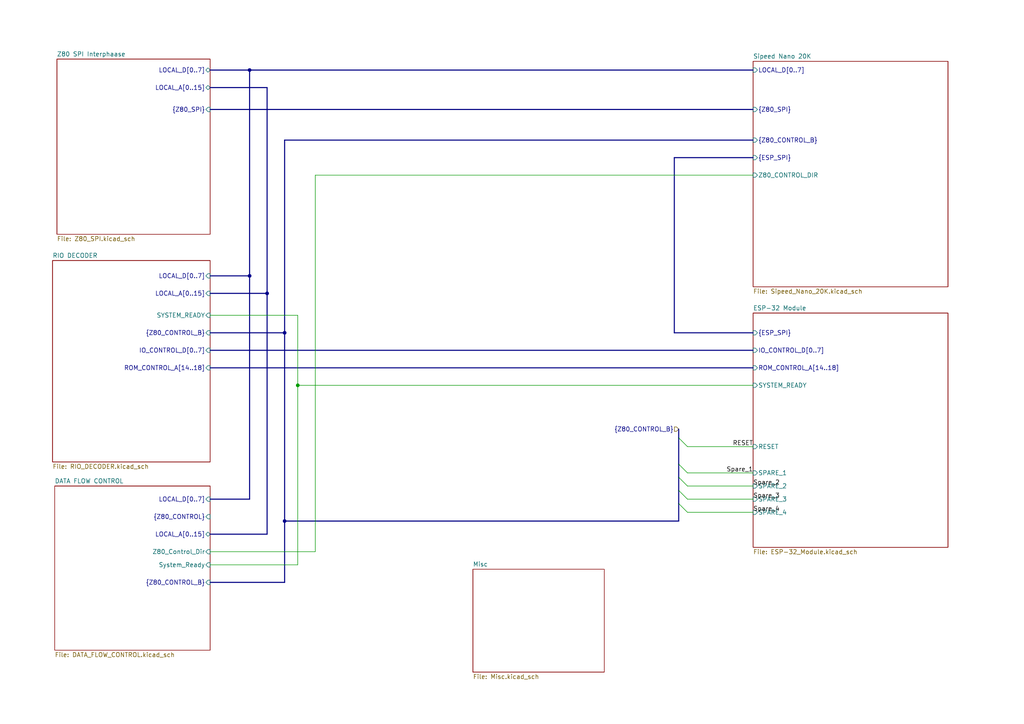
<source format=kicad_sch>
(kicad_sch
	(version 20231120)
	(generator "eeschema")
	(generator_version "8.0")
	(uuid "3f4c9c6f-2a2f-4b07-95a4-300eafec0cc9")
	(paper "A4")
	(lib_symbols)
	(bus_alias "Z80_CONTROL"
		(members "RD" "RW" "IORQ" "MEMRQ" "BUSRQ" "WAIT" "NMI" "ROMCS" "BUSACK"
			"RESET" "Spare_1" "Spare_2" "Spare_3" "Spare_4"
		)
	)
	(junction
		(at 77.47 85.09)
		(diameter 0)
		(color 0 0 0 0)
		(uuid "3be01861-855d-49f4-b589-4f752ba3b605")
	)
	(junction
		(at 82.55 151.13)
		(diameter 0)
		(color 0 0 0 0)
		(uuid "3c30e100-797d-46b0-b98d-905ec12e6b55")
	)
	(junction
		(at 86.36 111.76)
		(diameter 0)
		(color 0 0 0 0)
		(uuid "461f7aa9-a35c-4310-a25a-01bf1a72af9a")
	)
	(junction
		(at 82.55 96.52)
		(diameter 0)
		(color 0 0 0 0)
		(uuid "5f6e3aa9-1553-47a3-a2b8-8b671def4402")
	)
	(junction
		(at 72.39 20.32)
		(diameter 0)
		(color 0 0 0 0)
		(uuid "b0dd8fde-01d6-4c67-a6b7-5a8e407c86b1")
	)
	(junction
		(at 72.39 80.01)
		(diameter 0)
		(color 0 0 0 0)
		(uuid "f0b7a4f3-b682-46ff-bfae-f58a403764eb")
	)
	(bus_entry
		(at 196.85 127)
		(size 2.54 2.54)
		(stroke
			(width 0)
			(type default)
		)
		(uuid "034a8ee9-5bef-487b-97fc-ae6b94b53d3e")
	)
	(bus_entry
		(at 196.85 138.43)
		(size 2.54 2.54)
		(stroke
			(width 0)
			(type default)
		)
		(uuid "2724aed4-d31e-4642-b0c5-3582824203d5")
	)
	(bus_entry
		(at 196.85 142.24)
		(size 2.54 2.54)
		(stroke
			(width 0)
			(type default)
		)
		(uuid "7b47ca01-f6c0-4854-ab05-9f532c61b70e")
	)
	(bus_entry
		(at 196.85 134.62)
		(size 2.54 2.54)
		(stroke
			(width 0)
			(type default)
		)
		(uuid "d1c46696-61ef-4d55-b2e6-5e9825d6109e")
	)
	(bus_entry
		(at 196.85 146.05)
		(size 2.54 2.54)
		(stroke
			(width 0)
			(type default)
		)
		(uuid "f49de81c-a2e9-4e6f-9bdc-5a1c3092170e")
	)
	(wire
		(pts
			(xy 86.36 111.76) (xy 86.36 163.83)
		)
		(stroke
			(width 0)
			(type default)
		)
		(uuid "03815ac9-9953-4376-a007-fe704e5d86f3")
	)
	(bus
		(pts
			(xy 60.96 80.01) (xy 72.39 80.01)
		)
		(stroke
			(width 0)
			(type default)
		)
		(uuid "060f4561-6707-4fbd-89d3-c7b529398bee")
	)
	(bus
		(pts
			(xy 77.47 154.94) (xy 77.47 85.09)
		)
		(stroke
			(width 0)
			(type default)
		)
		(uuid "07ec50a9-4460-409e-80c0-b1472e50bdb2")
	)
	(wire
		(pts
			(xy 91.44 160.02) (xy 91.44 50.8)
		)
		(stroke
			(width 0)
			(type default)
		)
		(uuid "0a6f1f18-a688-4ca4-96f0-ec3f58ae0f91")
	)
	(bus
		(pts
			(xy 60.96 106.68) (xy 218.44 106.68)
		)
		(stroke
			(width 0)
			(type default)
		)
		(uuid "119adca6-7c6b-4f1a-aedb-fbaa9254296d")
	)
	(wire
		(pts
			(xy 199.39 140.97) (xy 218.44 140.97)
		)
		(stroke
			(width 0)
			(type default)
		)
		(uuid "123eaef6-6749-410e-a97d-d29a83c4ef91")
	)
	(bus
		(pts
			(xy 82.55 168.91) (xy 60.96 168.91)
		)
		(stroke
			(width 0)
			(type default)
		)
		(uuid "1c647aee-d6da-44fe-9fc3-573a2a320a1d")
	)
	(bus
		(pts
			(xy 196.85 138.43) (xy 196.85 142.24)
		)
		(stroke
			(width 0)
			(type default)
		)
		(uuid "268265e2-9733-470c-9906-54a7a89ae9db")
	)
	(bus
		(pts
			(xy 77.47 25.4) (xy 77.47 85.09)
		)
		(stroke
			(width 0)
			(type default)
		)
		(uuid "3402e78f-f5b5-4350-a9f9-0c4c5c2f68c8")
	)
	(bus
		(pts
			(xy 60.96 144.78) (xy 72.39 144.78)
		)
		(stroke
			(width 0)
			(type default)
		)
		(uuid "34700554-3ce0-418c-9c70-3e54ba719387")
	)
	(bus
		(pts
			(xy 218.44 45.72) (xy 195.58 45.72)
		)
		(stroke
			(width 0)
			(type default)
		)
		(uuid "37890201-4df3-4642-a676-7e9d2a615a53")
	)
	(bus
		(pts
			(xy 196.85 134.62) (xy 196.85 138.43)
		)
		(stroke
			(width 0)
			(type default)
		)
		(uuid "41145411-8f1c-450f-b35b-6ad06fb4713c")
	)
	(bus
		(pts
			(xy 82.55 151.13) (xy 196.85 151.13)
		)
		(stroke
			(width 0)
			(type default)
		)
		(uuid "57a8a6c8-f729-47d9-a419-94f18884ecb0")
	)
	(bus
		(pts
			(xy 218.44 40.64) (xy 82.55 40.64)
		)
		(stroke
			(width 0)
			(type default)
		)
		(uuid "5a8714c3-ba0f-4b6e-9a0a-b9008e53514f")
	)
	(bus
		(pts
			(xy 77.47 85.09) (xy 60.96 85.09)
		)
		(stroke
			(width 0)
			(type default)
		)
		(uuid "5d08959d-c6d7-4b86-b9ee-e6d20da16601")
	)
	(wire
		(pts
			(xy 199.39 148.59) (xy 218.44 148.59)
		)
		(stroke
			(width 0)
			(type default)
		)
		(uuid "663628b7-25a9-4bb3-8a30-85e1648e9f3a")
	)
	(bus
		(pts
			(xy 82.55 96.52) (xy 82.55 151.13)
		)
		(stroke
			(width 0)
			(type default)
		)
		(uuid "6940c567-b2f7-43df-bda1-b3a696fd5678")
	)
	(wire
		(pts
			(xy 199.39 137.16) (xy 218.44 137.16)
		)
		(stroke
			(width 0)
			(type default)
		)
		(uuid "703fd5d0-894a-4c64-9d41-7376f2d7e4b6")
	)
	(wire
		(pts
			(xy 86.36 111.76) (xy 218.44 111.76)
		)
		(stroke
			(width 0)
			(type default)
		)
		(uuid "71da4d2d-052d-40ee-862c-b8535577638d")
	)
	(bus
		(pts
			(xy 196.85 146.05) (xy 196.85 151.13)
		)
		(stroke
			(width 0)
			(type default)
		)
		(uuid "76369793-493d-4de4-a76b-81691f56613b")
	)
	(wire
		(pts
			(xy 199.39 129.54) (xy 218.44 129.54)
		)
		(stroke
			(width 0)
			(type default)
		)
		(uuid "782011aa-891e-42a6-815f-098c419d1668")
	)
	(bus
		(pts
			(xy 72.39 20.32) (xy 218.44 20.32)
		)
		(stroke
			(width 0)
			(type default)
		)
		(uuid "7a8ee0d0-9354-4a1b-ad19-c81a055b41af")
	)
	(wire
		(pts
			(xy 199.39 144.78) (xy 218.44 144.78)
		)
		(stroke
			(width 0)
			(type default)
		)
		(uuid "7bf1e479-6089-4363-b9da-01a9f74f884e")
	)
	(bus
		(pts
			(xy 72.39 20.32) (xy 72.39 80.01)
		)
		(stroke
			(width 0)
			(type default)
		)
		(uuid "7c721200-8afb-4c9f-ad98-ffcd54b33ad6")
	)
	(bus
		(pts
			(xy 60.96 101.6) (xy 218.44 101.6)
		)
		(stroke
			(width 0)
			(type default)
		)
		(uuid "831baf27-23cc-4717-b22f-75eb7a36f619")
	)
	(wire
		(pts
			(xy 91.44 50.8) (xy 218.44 50.8)
		)
		(stroke
			(width 0)
			(type default)
		)
		(uuid "891215ad-1689-4f0a-b11c-484ee2d0f376")
	)
	(bus
		(pts
			(xy 82.55 40.64) (xy 82.55 96.52)
		)
		(stroke
			(width 0)
			(type default)
		)
		(uuid "891e5fcd-ad49-49f3-9d90-eb7fd73b4dec")
	)
	(wire
		(pts
			(xy 60.96 160.02) (xy 91.44 160.02)
		)
		(stroke
			(width 0)
			(type default)
		)
		(uuid "903b905d-f6a1-482c-b185-266f2049e786")
	)
	(bus
		(pts
			(xy 82.55 151.13) (xy 82.55 168.91)
		)
		(stroke
			(width 0)
			(type default)
		)
		(uuid "92b7c3a0-56e8-4dbc-8f27-29efb28b0ff9")
	)
	(bus
		(pts
			(xy 72.39 144.78) (xy 72.39 80.01)
		)
		(stroke
			(width 0)
			(type default)
		)
		(uuid "93144d93-d144-4c5a-9b1e-a210686a45a0")
	)
	(wire
		(pts
			(xy 60.96 91.44) (xy 86.36 91.44)
		)
		(stroke
			(width 0)
			(type default)
		)
		(uuid "97a5bc52-733c-4b37-a0d8-e7191e97d01d")
	)
	(bus
		(pts
			(xy 72.39 20.32) (xy 60.96 20.32)
		)
		(stroke
			(width 0)
			(type default)
		)
		(uuid "a0cbf9cf-bb6d-499a-9dbb-029165327aa9")
	)
	(bus
		(pts
			(xy 195.58 45.72) (xy 195.58 96.52)
		)
		(stroke
			(width 0)
			(type default)
		)
		(uuid "aa9f29c8-bb1c-41b2-b0ae-78f252093c0d")
	)
	(bus
		(pts
			(xy 196.85 124.46) (xy 196.85 127)
		)
		(stroke
			(width 0)
			(type default)
		)
		(uuid "abf7a172-677a-4084-b475-568417e61fa7")
	)
	(bus
		(pts
			(xy 196.85 142.24) (xy 196.85 146.05)
		)
		(stroke
			(width 0)
			(type default)
		)
		(uuid "ae907a38-2b5d-4979-a2dc-ce43984760ab")
	)
	(wire
		(pts
			(xy 86.36 163.83) (xy 60.96 163.83)
		)
		(stroke
			(width 0)
			(type default)
		)
		(uuid "b2ab485d-8e84-49b7-b433-add8ca8e8c4e")
	)
	(bus
		(pts
			(xy 60.96 31.75) (xy 218.44 31.75)
		)
		(stroke
			(width 0)
			(type default)
		)
		(uuid "b51177a6-b953-44d1-9e08-b7150d854435")
	)
	(bus
		(pts
			(xy 196.85 127) (xy 196.85 134.62)
		)
		(stroke
			(width 0)
			(type default)
		)
		(uuid "cee08633-619e-4a09-bc46-c8a30474c8bf")
	)
	(bus
		(pts
			(xy 60.96 154.94) (xy 77.47 154.94)
		)
		(stroke
			(width 0)
			(type default)
		)
		(uuid "e08e2653-e1fe-4524-9377-b2dc53d74a17")
	)
	(bus
		(pts
			(xy 60.96 25.4) (xy 77.47 25.4)
		)
		(stroke
			(width 0)
			(type default)
		)
		(uuid "e4b97ade-1813-4054-96fe-c5b4523342ca")
	)
	(bus
		(pts
			(xy 195.58 96.52) (xy 218.44 96.52)
		)
		(stroke
			(width 0)
			(type default)
		)
		(uuid "e4bc1f33-1022-411f-8648-9a622bc637b0")
	)
	(wire
		(pts
			(xy 86.36 91.44) (xy 86.36 111.76)
		)
		(stroke
			(width 0)
			(type default)
		)
		(uuid "e4f85722-30e3-40e6-b3d8-f2c296f63e80")
	)
	(bus
		(pts
			(xy 60.96 96.52) (xy 82.55 96.52)
		)
		(stroke
			(width 0)
			(type default)
		)
		(uuid "ee7bd5b3-5d33-419d-a5b1-7c6015cce45b")
	)
	(label "Spare_3"
		(at 218.44 144.78 0)
		(effects
			(font
				(size 1.27 1.27)
			)
			(justify left bottom)
		)
		(uuid "4ff28f15-b11f-4d6e-866c-cd2eaf453a1b")
	)
	(label "Spare_1"
		(at 218.44 137.16 180)
		(effects
			(font
				(size 1.27 1.27)
			)
			(justify right bottom)
		)
		(uuid "652cabf6-7621-4396-a34f-018f82fc78ba")
	)
	(label "Spare_2"
		(at 218.44 140.97 0)
		(effects
			(font
				(size 1.27 1.27)
			)
			(justify left bottom)
		)
		(uuid "be271ca9-6c76-4e04-bfc1-10a5fbe961bc")
	)
	(label "Spare_4"
		(at 218.44 148.59 0)
		(effects
			(font
				(size 1.27 1.27)
			)
			(justify left bottom)
		)
		(uuid "c0251f29-f262-402d-89f7-d9bd3d9f4306")
	)
	(label "RESET"
		(at 218.44 129.54 180)
		(effects
			(font
				(size 1.27 1.27)
			)
			(justify right bottom)
		)
		(uuid "d447f47d-6d90-4369-a63e-19d4939d2103")
	)
	(hierarchical_label "{Z80_CONTROL_B}"
		(shape input)
		(at 196.85 124.46 180)
		(fields_autoplaced yes)
		(effects
			(font
				(size 1.27 1.27)
			)
			(justify right)
		)
		(uuid "68b9b8f9-f9f1-4086-946a-42a1516324ee")
	)
	(sheet
		(at 15.875 140.97)
		(size 45.085 47.625)
		(fields_autoplaced yes)
		(stroke
			(width 0.1524)
			(type solid)
		)
		(fill
			(color 0 0 0 0.0000)
		)
		(uuid "3819b517-91f5-4c26-9360-680e98a2399c")
		(property "Sheetname" "DATA FLOW CONTROL"
			(at 15.875 140.2584 0)
			(effects
				(font
					(size 1.27 1.27)
				)
				(justify left bottom)
			)
		)
		(property "Sheetfile" "DATA_FLOW_CONTROL.kicad_sch"
			(at 15.875 189.1796 0)
			(effects
				(font
					(size 1.27 1.27)
				)
				(justify left top)
			)
		)
		(pin "LOCAL_D[0..7]" input
			(at 60.96 144.78 0)
			(effects
				(font
					(size 1.27 1.27)
				)
				(justify right)
			)
			(uuid "9e70213b-1e82-47a7-99f3-278c99896ec5")
		)
		(pin "{Z80_CONTROL}" input
			(at 60.96 149.86 0)
			(effects
				(font
					(size 1.27 1.27)
				)
				(justify right)
			)
			(uuid "e38cb8a9-813c-4283-9d31-79d27c06971e")
		)
		(pin "LOCAL_A[0..15]" bidirectional
			(at 60.96 154.94 0)
			(effects
				(font
					(size 1.27 1.27)
				)
				(justify right)
			)
			(uuid "2da63f0e-e7a1-4643-957b-1eff746b50fd")
		)
		(pin "Z80_Control_Dir" input
			(at 60.96 160.02 0)
			(effects
				(font
					(size 1.27 1.27)
				)
				(justify right)
			)
			(uuid "a2a653b5-5e72-442b-8b89-2fce9591f577")
		)
		(pin "System_Ready" input
			(at 60.96 163.83 0)
			(effects
				(font
					(size 1.27 1.27)
				)
				(justify right)
			)
			(uuid "1545a29a-9580-45b4-9296-83d192f78ca3")
		)
		(pin "{Z80_CONTROL_B}" input
			(at 60.96 168.91 0)
			(effects
				(font
					(size 1.27 1.27)
				)
				(justify right)
			)
			(uuid "cd43e12e-fb1c-4f7e-b043-4e62bbd71d9a")
		)
		(instances
			(project "FujiNet 4.0"
				(path "/3f4c9c6f-2a2f-4b07-95a4-300eafec0cc9"
					(page "6")
				)
			)
		)
	)
	(sheet
		(at 218.44 90.805)
		(size 56.515 67.945)
		(fields_autoplaced yes)
		(stroke
			(width 0.1524)
			(type solid)
		)
		(fill
			(color 0 0 0 0.0000)
		)
		(uuid "77b39b7d-8cf6-4059-851d-f3b7e070a985")
		(property "Sheetname" "ESP-32 Module"
			(at 218.44 90.0934 0)
			(effects
				(font
					(size 1.27 1.27)
				)
				(justify left bottom)
			)
		)
		(property "Sheetfile" "ESP-32_Module.kicad_sch"
			(at 218.44 159.3346 0)
			(effects
				(font
					(size 1.27 1.27)
				)
				(justify left top)
			)
		)
		(pin "{ESP_SPI}" input
			(at 218.44 96.52 180)
			(effects
				(font
					(size 1.27 1.27)
				)
				(justify left)
			)
			(uuid "858c7b16-2614-42db-978c-e3ae09e8a2ad")
		)
		(pin "SPARE_3" input
			(at 218.44 144.78 180)
			(effects
				(font
					(size 1.27 1.27)
				)
				(justify left)
			)
			(uuid "9e6bd2a7-27f3-49c9-b49a-adfce6ed7003")
		)
		(pin "RESET" input
			(at 218.44 129.54 180)
			(effects
				(font
					(size 1.27 1.27)
				)
				(justify left)
			)
			(uuid "744f5793-415e-49a3-8d31-2eb62612f4b3")
		)
		(pin "IO_CONTROL_D[0..7]" input
			(at 218.44 101.6 180)
			(effects
				(font
					(size 1.27 1.27)
				)
				(justify left)
			)
			(uuid "5057c328-4abb-4025-bcc8-f68b0007a94f")
		)
		(pin "ROM_CONTROL_A[14..18]" input
			(at 218.44 106.68 180)
			(effects
				(font
					(size 1.27 1.27)
				)
				(justify left)
			)
			(uuid "72e5d3ab-42f7-4ea5-8ef4-0e0e1a17c742")
		)
		(pin "SPARE_4" input
			(at 218.44 148.59 180)
			(effects
				(font
					(size 1.27 1.27)
				)
				(justify left)
			)
			(uuid "bd863654-e39f-4a0f-a548-c018b781e553")
		)
		(pin "SPARE_1" input
			(at 218.44 137.16 180)
			(effects
				(font
					(size 1.27 1.27)
				)
				(justify left)
			)
			(uuid "1bd26ab5-954a-44bc-9215-25ae16daf5ec")
		)
		(pin "SYSTEM_READY" input
			(at 218.44 111.76 180)
			(effects
				(font
					(size 1.27 1.27)
				)
				(justify left)
			)
			(uuid "48f928ed-c091-4978-a950-1cd90b6e5478")
		)
		(pin "SPARE_2" input
			(at 218.44 140.97 180)
			(effects
				(font
					(size 1.27 1.27)
				)
				(justify left)
			)
			(uuid "c7a39f08-57c4-4004-a852-406b7678bf86")
		)
		(instances
			(project "FujiNet 4.0"
				(path "/3f4c9c6f-2a2f-4b07-95a4-300eafec0cc9"
					(page "8")
				)
			)
		)
	)
	(sheet
		(at 218.44 17.78)
		(size 56.515 65.405)
		(fields_autoplaced yes)
		(stroke
			(width 0.1524)
			(type solid)
		)
		(fill
			(color 0 0 0 0.0000)
		)
		(uuid "b1fc653d-53e5-4026-a1f1-1de1c7ce3f12")
		(property "Sheetname" "Sipeed Nano 20K"
			(at 218.44 17.0684 0)
			(effects
				(font
					(size 1.27 1.27)
				)
				(justify left bottom)
			)
		)
		(property "Sheetfile" "Sipeed_Nano_20K.kicad_sch"
			(at 218.44 83.7696 0)
			(effects
				(font
					(size 1.27 1.27)
				)
				(justify left top)
			)
		)
		(pin "LOCAL_D[0..7]" input
			(at 218.44 20.32 180)
			(effects
				(font
					(size 1.27 1.27)
				)
				(justify left)
			)
			(uuid "43787375-32aa-4fc4-8ec5-869c83d82a2f")
		)
		(pin "{Z80_SPI}" input
			(at 218.44 31.75 180)
			(effects
				(font
					(size 1.27 1.27)
				)
				(justify left)
			)
			(uuid "31922279-3c1b-40a4-8494-18f582e10057")
		)
		(pin "{Z80_CONTROL_B}" input
			(at 218.44 40.64 180)
			(effects
				(font
					(size 1.27 1.27)
				)
				(justify left)
			)
			(uuid "2015c8d1-0074-4870-8a21-85182044c26d")
		)
		(pin "{ESP_SPI}" input
			(at 218.44 45.72 180)
			(effects
				(font
					(size 1.27 1.27)
				)
				(justify left)
			)
			(uuid "b838f702-93ae-4e46-a3af-54218341052e")
		)
		(pin "Z80_CONTROL_DIR" input
			(at 218.44 50.8 180)
			(effects
				(font
					(size 1.27 1.27)
				)
				(justify left)
			)
			(uuid "cd996f6f-26cf-4238-9e47-fc96e4cd514b")
		)
		(instances
			(project "FujiNet 4.0"
				(path "/3f4c9c6f-2a2f-4b07-95a4-300eafec0cc9"
					(page "7")
				)
			)
		)
	)
	(sheet
		(at 137.16 165.1)
		(size 38.1 29.845)
		(fields_autoplaced yes)
		(stroke
			(width 0.1524)
			(type solid)
		)
		(fill
			(color 0 0 0 0.0000)
		)
		(uuid "da538b34-03c1-4694-becc-e452b358138d")
		(property "Sheetname" "Misc"
			(at 137.16 164.3884 0)
			(effects
				(font
					(size 1.27 1.27)
				)
				(justify left bottom)
			)
		)
		(property "Sheetfile" "Misc.kicad_sch"
			(at 137.16 195.5296 0)
			(effects
				(font
					(size 1.27 1.27)
				)
				(justify left top)
			)
		)
		(instances
			(project "FujiNet 4.0"
				(path "/3f4c9c6f-2a2f-4b07-95a4-300eafec0cc9"
					(page "9")
				)
			)
		)
	)
	(sheet
		(at 16.51 17.145)
		(size 44.45 50.8)
		(fields_autoplaced yes)
		(stroke
			(width 0.1524)
			(type solid)
		)
		(fill
			(color 0 0 0 0.0000)
		)
		(uuid "e89e02ac-97b1-4ed7-9215-dbe6f0f0ecbc")
		(property "Sheetname" "Z80 SPI Interphaase"
			(at 16.51 16.4334 0)
			(effects
				(font
					(size 1.27 1.27)
				)
				(justify left bottom)
			)
		)
		(property "Sheetfile" "Z80_SPI.kicad_sch"
			(at 16.51 68.5296 0)
			(effects
				(font
					(size 1.27 1.27)
				)
				(justify left top)
			)
		)
		(pin "LOCAL_D[0..7]" bidirectional
			(at 60.96 20.32 0)
			(effects
				(font
					(size 1.27 1.27)
				)
				(justify right)
			)
			(uuid "bcc5a6cd-035c-4476-8fe9-6bef1aa6478e")
		)
		(pin "LOCAL_A[0..15]" bidirectional
			(at 60.96 25.4 0)
			(effects
				(font
					(size 1.27 1.27)
				)
				(justify right)
			)
			(uuid "286a6f22-ca4d-4ebf-bef5-2af0f1553380")
		)
		(pin "{Z80_SPI}" input
			(at 60.96 31.75 0)
			(effects
				(font
					(size 1.27 1.27)
				)
				(justify right)
			)
			(uuid "2c0a8a87-a9a3-455d-b3ee-6ec542222b2f")
		)
		(instances
			(project "FujiNet 4.0"
				(path "/3f4c9c6f-2a2f-4b07-95a4-300eafec0cc9"
					(page "2")
				)
			)
		)
	)
	(sheet
		(at 15.24 75.565)
		(size 45.72 58.42)
		(fields_autoplaced yes)
		(stroke
			(width 0.1524)
			(type solid)
		)
		(fill
			(color 0 0 0 0.0000)
		)
		(uuid "f5c6edd0-e00d-4cd9-84d8-e97bc3b54145")
		(property "Sheetname" "RIO DECODER"
			(at 15.24 74.8534 0)
			(effects
				(font
					(size 1.27 1.27)
				)
				(justify left bottom)
			)
		)
		(property "Sheetfile" "RIO_DECODER.kicad_sch"
			(at 15.24 134.5696 0)
			(effects
				(font
					(size 1.27 1.27)
				)
				(justify left top)
			)
		)
		(pin "ROM_CONTROL_A[14..18]" input
			(at 60.96 106.68 0)
			(effects
				(font
					(size 1.27 1.27)
				)
				(justify right)
			)
			(uuid "362e2aca-e350-4c0b-92cd-34297aeffcdb")
		)
		(pin "LOCAL_D[0..7]" input
			(at 60.96 80.01 0)
			(effects
				(font
					(size 1.27 1.27)
				)
				(justify right)
			)
			(uuid "8a61f326-a491-4b9c-b254-016d15bc628e")
		)
		(pin "SYSTEM_READY" input
			(at 60.96 91.44 0)
			(effects
				(font
					(size 1.27 1.27)
				)
				(justify right)
			)
			(uuid "6a35ef45-c2ec-4503-872e-55668acaa341")
		)
		(pin "{Z80_CONTROL_B}" input
			(at 60.96 96.52 0)
			(effects
				(font
					(size 1.27 1.27)
				)
				(justify right)
			)
			(uuid "2e51a56d-963d-4a65-ae1d-666e9bdb568f")
		)
		(pin "IO_CONTROL_D[0..7]" input
			(at 60.96 101.6 0)
			(effects
				(font
					(size 1.27 1.27)
				)
				(justify right)
			)
			(uuid "4333610f-8fe6-4937-9656-e84805a11b76")
		)
		(pin "LOCAL_A[0..15]" input
			(at 60.96 85.09 0)
			(effects
				(font
					(size 1.27 1.27)
				)
				(justify right)
			)
			(uuid "29011ede-9576-46b4-b7fb-c4e3c7c264f5")
		)
		(instances
			(project "FujiNet 4.0"
				(path "/3f4c9c6f-2a2f-4b07-95a4-300eafec0cc9"
					(page "5")
				)
			)
		)
	)
	(sheet_instances
		(path "/"
			(page "1")
		)
	)
)
</source>
